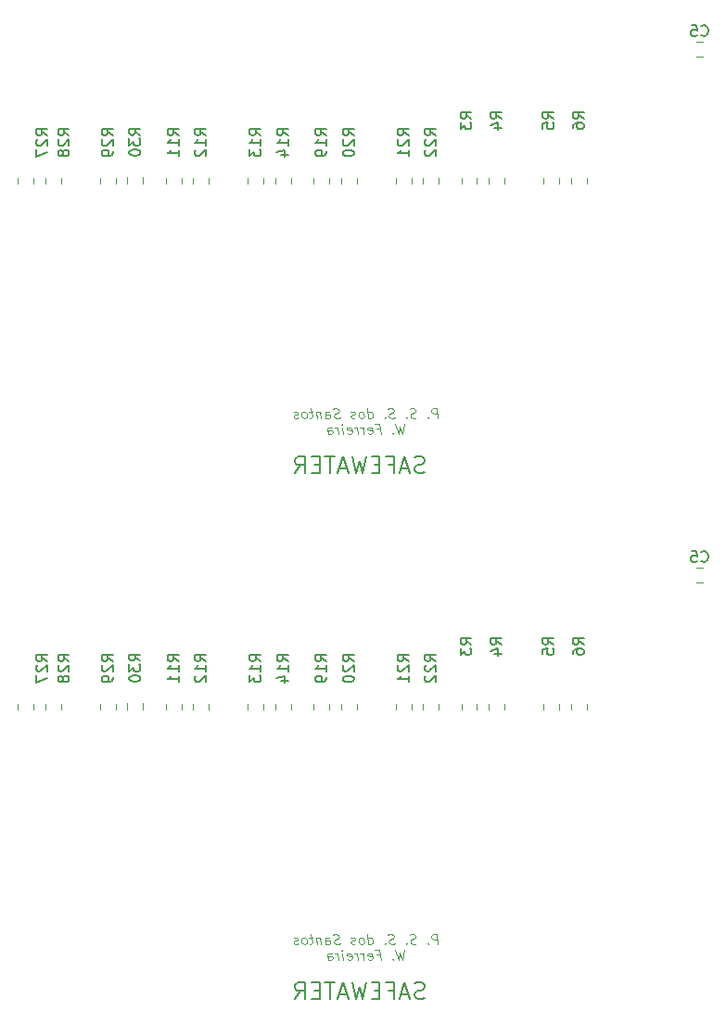
<source format=gbr>
G04 #@! TF.GenerationSoftware,KiCad,Pcbnew,(5.1.2)-1*
G04 #@! TF.CreationDate,2019-07-16T10:56:38+01:00*
G04 #@! TF.ProjectId,Reference_voltage,52656665-7265-46e6-9365-5f766f6c7461,rev?*
G04 #@! TF.SameCoordinates,Original*
G04 #@! TF.FileFunction,Legend,Bot*
G04 #@! TF.FilePolarity,Positive*
%FSLAX46Y46*%
G04 Gerber Fmt 4.6, Leading zero omitted, Abs format (unit mm)*
G04 Created by KiCad (PCBNEW (5.1.2)-1) date 2019-07-16 10:56:38*
%MOMM*%
%LPD*%
G04 APERTURE LIST*
%ADD10C,0.100000*%
%ADD11C,0.150000*%
%ADD12C,0.120000*%
G04 APERTURE END LIST*
D10*
X157144285Y-132682142D02*
X157031785Y-131782142D01*
X156688928Y-131782142D01*
X156608571Y-131825000D01*
X156571071Y-131867857D01*
X156538928Y-131953571D01*
X156555000Y-132082142D01*
X156608571Y-132167857D01*
X156656785Y-132210714D01*
X156747857Y-132253571D01*
X157090714Y-132253571D01*
X156233571Y-132596428D02*
X156196071Y-132639285D01*
X156244285Y-132682142D01*
X156281785Y-132639285D01*
X156233571Y-132596428D01*
X156244285Y-132682142D01*
X155167500Y-132639285D02*
X155044285Y-132682142D01*
X154830000Y-132682142D01*
X154738928Y-132639285D01*
X154690714Y-132596428D01*
X154637142Y-132510714D01*
X154626428Y-132425000D01*
X154658571Y-132339285D01*
X154696071Y-132296428D01*
X154776428Y-132253571D01*
X154942500Y-132210714D01*
X155022857Y-132167857D01*
X155060357Y-132125000D01*
X155092500Y-132039285D01*
X155081785Y-131953571D01*
X155028214Y-131867857D01*
X154980000Y-131825000D01*
X154888928Y-131782142D01*
X154674642Y-131782142D01*
X154551428Y-131825000D01*
X154262142Y-132596428D02*
X154224642Y-132639285D01*
X154272857Y-132682142D01*
X154310357Y-132639285D01*
X154262142Y-132596428D01*
X154272857Y-132682142D01*
X153196071Y-132639285D02*
X153072857Y-132682142D01*
X152858571Y-132682142D01*
X152767500Y-132639285D01*
X152719285Y-132596428D01*
X152665714Y-132510714D01*
X152655000Y-132425000D01*
X152687142Y-132339285D01*
X152724642Y-132296428D01*
X152805000Y-132253571D01*
X152971071Y-132210714D01*
X153051428Y-132167857D01*
X153088928Y-132125000D01*
X153121071Y-132039285D01*
X153110357Y-131953571D01*
X153056785Y-131867857D01*
X153008571Y-131825000D01*
X152917500Y-131782142D01*
X152703214Y-131782142D01*
X152580000Y-131825000D01*
X152290714Y-132596428D02*
X152253214Y-132639285D01*
X152301428Y-132682142D01*
X152338928Y-132639285D01*
X152290714Y-132596428D01*
X152301428Y-132682142D01*
X150801428Y-132682142D02*
X150688928Y-131782142D01*
X150796071Y-132639285D02*
X150887142Y-132682142D01*
X151058571Y-132682142D01*
X151138928Y-132639285D01*
X151176428Y-132596428D01*
X151208571Y-132510714D01*
X151176428Y-132253571D01*
X151122857Y-132167857D01*
X151074642Y-132125000D01*
X150983571Y-132082142D01*
X150812142Y-132082142D01*
X150731785Y-132125000D01*
X150244285Y-132682142D02*
X150324642Y-132639285D01*
X150362142Y-132596428D01*
X150394285Y-132510714D01*
X150362142Y-132253571D01*
X150308571Y-132167857D01*
X150260357Y-132125000D01*
X150169285Y-132082142D01*
X150040714Y-132082142D01*
X149960357Y-132125000D01*
X149922857Y-132167857D01*
X149890714Y-132253571D01*
X149922857Y-132510714D01*
X149976428Y-132596428D01*
X150024642Y-132639285D01*
X150115714Y-132682142D01*
X150244285Y-132682142D01*
X149596071Y-132639285D02*
X149515714Y-132682142D01*
X149344285Y-132682142D01*
X149253214Y-132639285D01*
X149199642Y-132553571D01*
X149194285Y-132510714D01*
X149226428Y-132425000D01*
X149306785Y-132382142D01*
X149435357Y-132382142D01*
X149515714Y-132339285D01*
X149547857Y-132253571D01*
X149542500Y-132210714D01*
X149488928Y-132125000D01*
X149397857Y-132082142D01*
X149269285Y-132082142D01*
X149188928Y-132125000D01*
X148181785Y-132639285D02*
X148058571Y-132682142D01*
X147844285Y-132682142D01*
X147753214Y-132639285D01*
X147705000Y-132596428D01*
X147651428Y-132510714D01*
X147640714Y-132425000D01*
X147672857Y-132339285D01*
X147710357Y-132296428D01*
X147790714Y-132253571D01*
X147956785Y-132210714D01*
X148037142Y-132167857D01*
X148074642Y-132125000D01*
X148106785Y-132039285D01*
X148096071Y-131953571D01*
X148042500Y-131867857D01*
X147994285Y-131825000D01*
X147903214Y-131782142D01*
X147688928Y-131782142D01*
X147565714Y-131825000D01*
X146901428Y-132682142D02*
X146842500Y-132210714D01*
X146874642Y-132125000D01*
X146955000Y-132082142D01*
X147126428Y-132082142D01*
X147217500Y-132125000D01*
X146896071Y-132639285D02*
X146987142Y-132682142D01*
X147201428Y-132682142D01*
X147281785Y-132639285D01*
X147313928Y-132553571D01*
X147303214Y-132467857D01*
X147249642Y-132382142D01*
X147158571Y-132339285D01*
X146944285Y-132339285D01*
X146853214Y-132296428D01*
X146397857Y-132082142D02*
X146472857Y-132682142D01*
X146408571Y-132167857D02*
X146360357Y-132125000D01*
X146269285Y-132082142D01*
X146140714Y-132082142D01*
X146060357Y-132125000D01*
X146028214Y-132210714D01*
X146087142Y-132682142D01*
X145712142Y-132082142D02*
X145369285Y-132082142D01*
X145546071Y-131782142D02*
X145642500Y-132553571D01*
X145610357Y-132639285D01*
X145530000Y-132682142D01*
X145444285Y-132682142D01*
X145015714Y-132682142D02*
X145096071Y-132639285D01*
X145133571Y-132596428D01*
X145165714Y-132510714D01*
X145133571Y-132253571D01*
X145080000Y-132167857D01*
X145031785Y-132125000D01*
X144940714Y-132082142D01*
X144812142Y-132082142D01*
X144731785Y-132125000D01*
X144694285Y-132167857D01*
X144662142Y-132253571D01*
X144694285Y-132510714D01*
X144747857Y-132596428D01*
X144796071Y-132639285D01*
X144887142Y-132682142D01*
X145015714Y-132682142D01*
X144367500Y-132639285D02*
X144287142Y-132682142D01*
X144115714Y-132682142D01*
X144024642Y-132639285D01*
X143971071Y-132553571D01*
X143965714Y-132510714D01*
X143997857Y-132425000D01*
X144078214Y-132382142D01*
X144206785Y-132382142D01*
X144287142Y-132339285D01*
X144319285Y-132253571D01*
X144313928Y-132210714D01*
X144260357Y-132125000D01*
X144169285Y-132082142D01*
X144040714Y-132082142D01*
X143960357Y-132125000D01*
X154031785Y-133232142D02*
X153930000Y-134132142D01*
X153678214Y-133489285D01*
X153587142Y-134132142D01*
X153260357Y-133232142D01*
X153019285Y-134046428D02*
X152981785Y-134089285D01*
X153030000Y-134132142D01*
X153067500Y-134089285D01*
X153019285Y-134046428D01*
X153030000Y-134132142D01*
X151556785Y-133660714D02*
X151856785Y-133660714D01*
X151915714Y-134132142D02*
X151803214Y-133232142D01*
X151374642Y-133232142D01*
X150796071Y-134089285D02*
X150887142Y-134132142D01*
X151058571Y-134132142D01*
X151138928Y-134089285D01*
X151171071Y-134003571D01*
X151128214Y-133660714D01*
X151074642Y-133575000D01*
X150983571Y-133532142D01*
X150812142Y-133532142D01*
X150731785Y-133575000D01*
X150699642Y-133660714D01*
X150710357Y-133746428D01*
X151149642Y-133832142D01*
X150372857Y-134132142D02*
X150297857Y-133532142D01*
X150319285Y-133703571D02*
X150265714Y-133617857D01*
X150217500Y-133575000D01*
X150126428Y-133532142D01*
X150040714Y-133532142D01*
X149815714Y-134132142D02*
X149740714Y-133532142D01*
X149762142Y-133703571D02*
X149708571Y-133617857D01*
X149660357Y-133575000D01*
X149569285Y-133532142D01*
X149483571Y-133532142D01*
X148910357Y-134089285D02*
X149001428Y-134132142D01*
X149172857Y-134132142D01*
X149253214Y-134089285D01*
X149285357Y-134003571D01*
X149242500Y-133660714D01*
X149188928Y-133575000D01*
X149097857Y-133532142D01*
X148926428Y-133532142D01*
X148846071Y-133575000D01*
X148813928Y-133660714D01*
X148824642Y-133746428D01*
X149263928Y-133832142D01*
X148487142Y-134132142D02*
X148412142Y-133532142D01*
X148374642Y-133232142D02*
X148422857Y-133275000D01*
X148385357Y-133317857D01*
X148337142Y-133275000D01*
X148374642Y-133232142D01*
X148385357Y-133317857D01*
X148058571Y-134132142D02*
X147983571Y-133532142D01*
X148005000Y-133703571D02*
X147951428Y-133617857D01*
X147903214Y-133575000D01*
X147812142Y-133532142D01*
X147726428Y-133532142D01*
X147115714Y-134132142D02*
X147056785Y-133660714D01*
X147088928Y-133575000D01*
X147169285Y-133532142D01*
X147340714Y-133532142D01*
X147431785Y-133575000D01*
X147110357Y-134089285D02*
X147201428Y-134132142D01*
X147415714Y-134132142D01*
X147496071Y-134089285D01*
X147528214Y-134003571D01*
X147517500Y-133917857D01*
X147463928Y-133832142D01*
X147372857Y-133789285D01*
X147158571Y-133789285D01*
X147067500Y-133746428D01*
D11*
X155892857Y-137607142D02*
X155678571Y-137678571D01*
X155321428Y-137678571D01*
X155178571Y-137607142D01*
X155107142Y-137535714D01*
X155035714Y-137392857D01*
X155035714Y-137250000D01*
X155107142Y-137107142D01*
X155178571Y-137035714D01*
X155321428Y-136964285D01*
X155607142Y-136892857D01*
X155750000Y-136821428D01*
X155821428Y-136750000D01*
X155892857Y-136607142D01*
X155892857Y-136464285D01*
X155821428Y-136321428D01*
X155750000Y-136250000D01*
X155607142Y-136178571D01*
X155250000Y-136178571D01*
X155035714Y-136250000D01*
X154464285Y-137250000D02*
X153750000Y-137250000D01*
X154607142Y-137678571D02*
X154107142Y-136178571D01*
X153607142Y-137678571D01*
X152607142Y-136892857D02*
X153107142Y-136892857D01*
X153107142Y-137678571D02*
X153107142Y-136178571D01*
X152392857Y-136178571D01*
X151821428Y-136892857D02*
X151321428Y-136892857D01*
X151107142Y-137678571D02*
X151821428Y-137678571D01*
X151821428Y-136178571D01*
X151107142Y-136178571D01*
X150607142Y-136178571D02*
X150250000Y-137678571D01*
X149964285Y-136607142D01*
X149678571Y-137678571D01*
X149321428Y-136178571D01*
X148821428Y-137250000D02*
X148107142Y-137250000D01*
X148964285Y-137678571D02*
X148464285Y-136178571D01*
X147964285Y-137678571D01*
X147678571Y-136178571D02*
X146821428Y-136178571D01*
X147250000Y-137678571D02*
X147250000Y-136178571D01*
X146321428Y-136892857D02*
X145821428Y-136892857D01*
X145607142Y-137678571D02*
X146321428Y-137678571D01*
X146321428Y-136178571D01*
X145607142Y-136178571D01*
X144107142Y-137678571D02*
X144607142Y-136964285D01*
X144964285Y-137678571D02*
X144964285Y-136178571D01*
X144392857Y-136178571D01*
X144250000Y-136250000D01*
X144178571Y-136321428D01*
X144107142Y-136464285D01*
X144107142Y-136678571D01*
X144178571Y-136821428D01*
X144250000Y-136892857D01*
X144392857Y-136964285D01*
X144964285Y-136964285D01*
D10*
X157144285Y-84682142D02*
X157031785Y-83782142D01*
X156688928Y-83782142D01*
X156608571Y-83825000D01*
X156571071Y-83867857D01*
X156538928Y-83953571D01*
X156555000Y-84082142D01*
X156608571Y-84167857D01*
X156656785Y-84210714D01*
X156747857Y-84253571D01*
X157090714Y-84253571D01*
X156233571Y-84596428D02*
X156196071Y-84639285D01*
X156244285Y-84682142D01*
X156281785Y-84639285D01*
X156233571Y-84596428D01*
X156244285Y-84682142D01*
X155167500Y-84639285D02*
X155044285Y-84682142D01*
X154830000Y-84682142D01*
X154738928Y-84639285D01*
X154690714Y-84596428D01*
X154637142Y-84510714D01*
X154626428Y-84425000D01*
X154658571Y-84339285D01*
X154696071Y-84296428D01*
X154776428Y-84253571D01*
X154942500Y-84210714D01*
X155022857Y-84167857D01*
X155060357Y-84125000D01*
X155092500Y-84039285D01*
X155081785Y-83953571D01*
X155028214Y-83867857D01*
X154980000Y-83825000D01*
X154888928Y-83782142D01*
X154674642Y-83782142D01*
X154551428Y-83825000D01*
X154262142Y-84596428D02*
X154224642Y-84639285D01*
X154272857Y-84682142D01*
X154310357Y-84639285D01*
X154262142Y-84596428D01*
X154272857Y-84682142D01*
X153196071Y-84639285D02*
X153072857Y-84682142D01*
X152858571Y-84682142D01*
X152767500Y-84639285D01*
X152719285Y-84596428D01*
X152665714Y-84510714D01*
X152655000Y-84425000D01*
X152687142Y-84339285D01*
X152724642Y-84296428D01*
X152805000Y-84253571D01*
X152971071Y-84210714D01*
X153051428Y-84167857D01*
X153088928Y-84125000D01*
X153121071Y-84039285D01*
X153110357Y-83953571D01*
X153056785Y-83867857D01*
X153008571Y-83825000D01*
X152917500Y-83782142D01*
X152703214Y-83782142D01*
X152580000Y-83825000D01*
X152290714Y-84596428D02*
X152253214Y-84639285D01*
X152301428Y-84682142D01*
X152338928Y-84639285D01*
X152290714Y-84596428D01*
X152301428Y-84682142D01*
X150801428Y-84682142D02*
X150688928Y-83782142D01*
X150796071Y-84639285D02*
X150887142Y-84682142D01*
X151058571Y-84682142D01*
X151138928Y-84639285D01*
X151176428Y-84596428D01*
X151208571Y-84510714D01*
X151176428Y-84253571D01*
X151122857Y-84167857D01*
X151074642Y-84125000D01*
X150983571Y-84082142D01*
X150812142Y-84082142D01*
X150731785Y-84125000D01*
X150244285Y-84682142D02*
X150324642Y-84639285D01*
X150362142Y-84596428D01*
X150394285Y-84510714D01*
X150362142Y-84253571D01*
X150308571Y-84167857D01*
X150260357Y-84125000D01*
X150169285Y-84082142D01*
X150040714Y-84082142D01*
X149960357Y-84125000D01*
X149922857Y-84167857D01*
X149890714Y-84253571D01*
X149922857Y-84510714D01*
X149976428Y-84596428D01*
X150024642Y-84639285D01*
X150115714Y-84682142D01*
X150244285Y-84682142D01*
X149596071Y-84639285D02*
X149515714Y-84682142D01*
X149344285Y-84682142D01*
X149253214Y-84639285D01*
X149199642Y-84553571D01*
X149194285Y-84510714D01*
X149226428Y-84425000D01*
X149306785Y-84382142D01*
X149435357Y-84382142D01*
X149515714Y-84339285D01*
X149547857Y-84253571D01*
X149542500Y-84210714D01*
X149488928Y-84125000D01*
X149397857Y-84082142D01*
X149269285Y-84082142D01*
X149188928Y-84125000D01*
X148181785Y-84639285D02*
X148058571Y-84682142D01*
X147844285Y-84682142D01*
X147753214Y-84639285D01*
X147705000Y-84596428D01*
X147651428Y-84510714D01*
X147640714Y-84425000D01*
X147672857Y-84339285D01*
X147710357Y-84296428D01*
X147790714Y-84253571D01*
X147956785Y-84210714D01*
X148037142Y-84167857D01*
X148074642Y-84125000D01*
X148106785Y-84039285D01*
X148096071Y-83953571D01*
X148042500Y-83867857D01*
X147994285Y-83825000D01*
X147903214Y-83782142D01*
X147688928Y-83782142D01*
X147565714Y-83825000D01*
X146901428Y-84682142D02*
X146842500Y-84210714D01*
X146874642Y-84125000D01*
X146955000Y-84082142D01*
X147126428Y-84082142D01*
X147217500Y-84125000D01*
X146896071Y-84639285D02*
X146987142Y-84682142D01*
X147201428Y-84682142D01*
X147281785Y-84639285D01*
X147313928Y-84553571D01*
X147303214Y-84467857D01*
X147249642Y-84382142D01*
X147158571Y-84339285D01*
X146944285Y-84339285D01*
X146853214Y-84296428D01*
X146397857Y-84082142D02*
X146472857Y-84682142D01*
X146408571Y-84167857D02*
X146360357Y-84125000D01*
X146269285Y-84082142D01*
X146140714Y-84082142D01*
X146060357Y-84125000D01*
X146028214Y-84210714D01*
X146087142Y-84682142D01*
X145712142Y-84082142D02*
X145369285Y-84082142D01*
X145546071Y-83782142D02*
X145642500Y-84553571D01*
X145610357Y-84639285D01*
X145530000Y-84682142D01*
X145444285Y-84682142D01*
X145015714Y-84682142D02*
X145096071Y-84639285D01*
X145133571Y-84596428D01*
X145165714Y-84510714D01*
X145133571Y-84253571D01*
X145080000Y-84167857D01*
X145031785Y-84125000D01*
X144940714Y-84082142D01*
X144812142Y-84082142D01*
X144731785Y-84125000D01*
X144694285Y-84167857D01*
X144662142Y-84253571D01*
X144694285Y-84510714D01*
X144747857Y-84596428D01*
X144796071Y-84639285D01*
X144887142Y-84682142D01*
X145015714Y-84682142D01*
X144367500Y-84639285D02*
X144287142Y-84682142D01*
X144115714Y-84682142D01*
X144024642Y-84639285D01*
X143971071Y-84553571D01*
X143965714Y-84510714D01*
X143997857Y-84425000D01*
X144078214Y-84382142D01*
X144206785Y-84382142D01*
X144287142Y-84339285D01*
X144319285Y-84253571D01*
X144313928Y-84210714D01*
X144260357Y-84125000D01*
X144169285Y-84082142D01*
X144040714Y-84082142D01*
X143960357Y-84125000D01*
X154031785Y-85232142D02*
X153930000Y-86132142D01*
X153678214Y-85489285D01*
X153587142Y-86132142D01*
X153260357Y-85232142D01*
X153019285Y-86046428D02*
X152981785Y-86089285D01*
X153030000Y-86132142D01*
X153067500Y-86089285D01*
X153019285Y-86046428D01*
X153030000Y-86132142D01*
X151556785Y-85660714D02*
X151856785Y-85660714D01*
X151915714Y-86132142D02*
X151803214Y-85232142D01*
X151374642Y-85232142D01*
X150796071Y-86089285D02*
X150887142Y-86132142D01*
X151058571Y-86132142D01*
X151138928Y-86089285D01*
X151171071Y-86003571D01*
X151128214Y-85660714D01*
X151074642Y-85575000D01*
X150983571Y-85532142D01*
X150812142Y-85532142D01*
X150731785Y-85575000D01*
X150699642Y-85660714D01*
X150710357Y-85746428D01*
X151149642Y-85832142D01*
X150372857Y-86132142D02*
X150297857Y-85532142D01*
X150319285Y-85703571D02*
X150265714Y-85617857D01*
X150217500Y-85575000D01*
X150126428Y-85532142D01*
X150040714Y-85532142D01*
X149815714Y-86132142D02*
X149740714Y-85532142D01*
X149762142Y-85703571D02*
X149708571Y-85617857D01*
X149660357Y-85575000D01*
X149569285Y-85532142D01*
X149483571Y-85532142D01*
X148910357Y-86089285D02*
X149001428Y-86132142D01*
X149172857Y-86132142D01*
X149253214Y-86089285D01*
X149285357Y-86003571D01*
X149242500Y-85660714D01*
X149188928Y-85575000D01*
X149097857Y-85532142D01*
X148926428Y-85532142D01*
X148846071Y-85575000D01*
X148813928Y-85660714D01*
X148824642Y-85746428D01*
X149263928Y-85832142D01*
X148487142Y-86132142D02*
X148412142Y-85532142D01*
X148374642Y-85232142D02*
X148422857Y-85275000D01*
X148385357Y-85317857D01*
X148337142Y-85275000D01*
X148374642Y-85232142D01*
X148385357Y-85317857D01*
X148058571Y-86132142D02*
X147983571Y-85532142D01*
X148005000Y-85703571D02*
X147951428Y-85617857D01*
X147903214Y-85575000D01*
X147812142Y-85532142D01*
X147726428Y-85532142D01*
X147115714Y-86132142D02*
X147056785Y-85660714D01*
X147088928Y-85575000D01*
X147169285Y-85532142D01*
X147340714Y-85532142D01*
X147431785Y-85575000D01*
X147110357Y-86089285D02*
X147201428Y-86132142D01*
X147415714Y-86132142D01*
X147496071Y-86089285D01*
X147528214Y-86003571D01*
X147517500Y-85917857D01*
X147463928Y-85832142D01*
X147372857Y-85789285D01*
X147158571Y-85789285D01*
X147067500Y-85746428D01*
D11*
X155892857Y-89607142D02*
X155678571Y-89678571D01*
X155321428Y-89678571D01*
X155178571Y-89607142D01*
X155107142Y-89535714D01*
X155035714Y-89392857D01*
X155035714Y-89250000D01*
X155107142Y-89107142D01*
X155178571Y-89035714D01*
X155321428Y-88964285D01*
X155607142Y-88892857D01*
X155750000Y-88821428D01*
X155821428Y-88750000D01*
X155892857Y-88607142D01*
X155892857Y-88464285D01*
X155821428Y-88321428D01*
X155750000Y-88250000D01*
X155607142Y-88178571D01*
X155250000Y-88178571D01*
X155035714Y-88250000D01*
X154464285Y-89250000D02*
X153750000Y-89250000D01*
X154607142Y-89678571D02*
X154107142Y-88178571D01*
X153607142Y-89678571D01*
X152607142Y-88892857D02*
X153107142Y-88892857D01*
X153107142Y-89678571D02*
X153107142Y-88178571D01*
X152392857Y-88178571D01*
X151821428Y-88892857D02*
X151321428Y-88892857D01*
X151107142Y-89678571D02*
X151821428Y-89678571D01*
X151821428Y-88178571D01*
X151107142Y-88178571D01*
X150607142Y-88178571D02*
X150250000Y-89678571D01*
X149964285Y-88607142D01*
X149678571Y-89678571D01*
X149321428Y-88178571D01*
X148821428Y-89250000D02*
X148107142Y-89250000D01*
X148964285Y-89678571D02*
X148464285Y-88178571D01*
X147964285Y-89678571D01*
X147678571Y-88178571D02*
X146821428Y-88178571D01*
X147250000Y-89678571D02*
X147250000Y-88178571D01*
X146321428Y-88892857D02*
X145821428Y-88892857D01*
X145607142Y-89678571D02*
X146321428Y-89678571D01*
X146321428Y-88178571D01*
X145607142Y-88178571D01*
X144107142Y-89678571D02*
X144607142Y-88964285D01*
X144964285Y-89678571D02*
X144964285Y-88178571D01*
X144392857Y-88178571D01*
X144250000Y-88250000D01*
X144178571Y-88321428D01*
X144107142Y-88464285D01*
X144107142Y-88678571D01*
X144178571Y-88821428D01*
X144250000Y-88892857D01*
X144392857Y-88964285D01*
X144964285Y-88964285D01*
D12*
X130210000Y-111236252D02*
X130210000Y-110713748D01*
X128790000Y-111236252D02*
X128790000Y-110713748D01*
X147210000Y-111261252D02*
X147210000Y-110738748D01*
X145790000Y-111261252D02*
X145790000Y-110738748D01*
X149710000Y-111261252D02*
X149710000Y-110738748D01*
X148290000Y-111261252D02*
X148290000Y-110738748D01*
X154710000Y-111261252D02*
X154710000Y-110738748D01*
X153290000Y-111261252D02*
X153290000Y-110738748D01*
X157210000Y-111261252D02*
X157210000Y-110738748D01*
X155790000Y-111261252D02*
X155790000Y-110738748D01*
X160710000Y-111261252D02*
X160710000Y-110738748D01*
X159290000Y-111261252D02*
X159290000Y-110738748D01*
X163210000Y-111261252D02*
X163210000Y-110738748D01*
X161790000Y-111261252D02*
X161790000Y-110738748D01*
X168210000Y-111261252D02*
X168210000Y-110738748D01*
X166790000Y-111261252D02*
X166790000Y-110738748D01*
X181286252Y-98290000D02*
X180763748Y-98290000D01*
X181286252Y-99710000D02*
X180763748Y-99710000D01*
X143710000Y-111261252D02*
X143710000Y-110738748D01*
X142290000Y-111261252D02*
X142290000Y-110738748D01*
X120210000Y-111261252D02*
X120210000Y-110738748D01*
X118790000Y-111261252D02*
X118790000Y-110738748D01*
X122710000Y-111261252D02*
X122710000Y-110738748D01*
X121290000Y-111261252D02*
X121290000Y-110738748D01*
X127710000Y-111261252D02*
X127710000Y-110738748D01*
X126290000Y-111261252D02*
X126290000Y-110738748D01*
X170710000Y-111261252D02*
X170710000Y-110738748D01*
X169290000Y-111261252D02*
X169290000Y-110738748D01*
X133710000Y-111261252D02*
X133710000Y-110738748D01*
X132290000Y-111261252D02*
X132290000Y-110738748D01*
X136210000Y-111261252D02*
X136210000Y-110738748D01*
X134790000Y-111261252D02*
X134790000Y-110738748D01*
X141210000Y-111261252D02*
X141210000Y-110738748D01*
X139790000Y-111261252D02*
X139790000Y-110738748D01*
X128790000Y-63236252D02*
X128790000Y-62713748D01*
X130210000Y-63236252D02*
X130210000Y-62713748D01*
X126290000Y-63261252D02*
X126290000Y-62738748D01*
X127710000Y-63261252D02*
X127710000Y-62738748D01*
X121290000Y-63261252D02*
X121290000Y-62738748D01*
X122710000Y-63261252D02*
X122710000Y-62738748D01*
X118790000Y-63261252D02*
X118790000Y-62738748D01*
X120210000Y-63261252D02*
X120210000Y-62738748D01*
X155790000Y-63261252D02*
X155790000Y-62738748D01*
X157210000Y-63261252D02*
X157210000Y-62738748D01*
X153290000Y-63261252D02*
X153290000Y-62738748D01*
X154710000Y-63261252D02*
X154710000Y-62738748D01*
X148290000Y-63261252D02*
X148290000Y-62738748D01*
X149710000Y-63261252D02*
X149710000Y-62738748D01*
X145790000Y-63261252D02*
X145790000Y-62738748D01*
X147210000Y-63261252D02*
X147210000Y-62738748D01*
X142290000Y-63261252D02*
X142290000Y-62738748D01*
X143710000Y-63261252D02*
X143710000Y-62738748D01*
X139790000Y-63261252D02*
X139790000Y-62738748D01*
X141210000Y-63261252D02*
X141210000Y-62738748D01*
X134790000Y-63261252D02*
X134790000Y-62738748D01*
X136210000Y-63261252D02*
X136210000Y-62738748D01*
X132290000Y-63261252D02*
X132290000Y-62738748D01*
X133710000Y-63261252D02*
X133710000Y-62738748D01*
X169290000Y-63261252D02*
X169290000Y-62738748D01*
X170710000Y-63261252D02*
X170710000Y-62738748D01*
X166790000Y-63261252D02*
X166790000Y-62738748D01*
X168210000Y-63261252D02*
X168210000Y-62738748D01*
X161790000Y-63261252D02*
X161790000Y-62738748D01*
X163210000Y-63261252D02*
X163210000Y-62738748D01*
X159290000Y-63261252D02*
X159290000Y-62738748D01*
X160710000Y-63261252D02*
X160710000Y-62738748D01*
X181286252Y-51710000D02*
X180763748Y-51710000D01*
X181286252Y-50290000D02*
X180763748Y-50290000D01*
D11*
X129952380Y-106832142D02*
X129476190Y-106498809D01*
X129952380Y-106260714D02*
X128952380Y-106260714D01*
X128952380Y-106641666D01*
X129000000Y-106736904D01*
X129047619Y-106784523D01*
X129142857Y-106832142D01*
X129285714Y-106832142D01*
X129380952Y-106784523D01*
X129428571Y-106736904D01*
X129476190Y-106641666D01*
X129476190Y-106260714D01*
X128952380Y-107165476D02*
X128952380Y-107784523D01*
X129333333Y-107451190D01*
X129333333Y-107594047D01*
X129380952Y-107689285D01*
X129428571Y-107736904D01*
X129523809Y-107784523D01*
X129761904Y-107784523D01*
X129857142Y-107736904D01*
X129904761Y-107689285D01*
X129952380Y-107594047D01*
X129952380Y-107308333D01*
X129904761Y-107213095D01*
X129857142Y-107165476D01*
X128952380Y-108403571D02*
X128952380Y-108498809D01*
X129000000Y-108594047D01*
X129047619Y-108641666D01*
X129142857Y-108689285D01*
X129333333Y-108736904D01*
X129571428Y-108736904D01*
X129761904Y-108689285D01*
X129857142Y-108641666D01*
X129904761Y-108594047D01*
X129952380Y-108498809D01*
X129952380Y-108403571D01*
X129904761Y-108308333D01*
X129857142Y-108260714D01*
X129761904Y-108213095D01*
X129571428Y-108165476D01*
X129333333Y-108165476D01*
X129142857Y-108213095D01*
X129047619Y-108260714D01*
X129000000Y-108308333D01*
X128952380Y-108403571D01*
X146952380Y-106857142D02*
X146476190Y-106523809D01*
X146952380Y-106285714D02*
X145952380Y-106285714D01*
X145952380Y-106666666D01*
X146000000Y-106761904D01*
X146047619Y-106809523D01*
X146142857Y-106857142D01*
X146285714Y-106857142D01*
X146380952Y-106809523D01*
X146428571Y-106761904D01*
X146476190Y-106666666D01*
X146476190Y-106285714D01*
X146952380Y-107809523D02*
X146952380Y-107238095D01*
X146952380Y-107523809D02*
X145952380Y-107523809D01*
X146095238Y-107428571D01*
X146190476Y-107333333D01*
X146238095Y-107238095D01*
X146952380Y-108285714D02*
X146952380Y-108476190D01*
X146904761Y-108571428D01*
X146857142Y-108619047D01*
X146714285Y-108714285D01*
X146523809Y-108761904D01*
X146142857Y-108761904D01*
X146047619Y-108714285D01*
X146000000Y-108666666D01*
X145952380Y-108571428D01*
X145952380Y-108380952D01*
X146000000Y-108285714D01*
X146047619Y-108238095D01*
X146142857Y-108190476D01*
X146380952Y-108190476D01*
X146476190Y-108238095D01*
X146523809Y-108285714D01*
X146571428Y-108380952D01*
X146571428Y-108571428D01*
X146523809Y-108666666D01*
X146476190Y-108714285D01*
X146380952Y-108761904D01*
X149452380Y-106857142D02*
X148976190Y-106523809D01*
X149452380Y-106285714D02*
X148452380Y-106285714D01*
X148452380Y-106666666D01*
X148500000Y-106761904D01*
X148547619Y-106809523D01*
X148642857Y-106857142D01*
X148785714Y-106857142D01*
X148880952Y-106809523D01*
X148928571Y-106761904D01*
X148976190Y-106666666D01*
X148976190Y-106285714D01*
X148547619Y-107238095D02*
X148500000Y-107285714D01*
X148452380Y-107380952D01*
X148452380Y-107619047D01*
X148500000Y-107714285D01*
X148547619Y-107761904D01*
X148642857Y-107809523D01*
X148738095Y-107809523D01*
X148880952Y-107761904D01*
X149452380Y-107190476D01*
X149452380Y-107809523D01*
X148452380Y-108428571D02*
X148452380Y-108523809D01*
X148500000Y-108619047D01*
X148547619Y-108666666D01*
X148642857Y-108714285D01*
X148833333Y-108761904D01*
X149071428Y-108761904D01*
X149261904Y-108714285D01*
X149357142Y-108666666D01*
X149404761Y-108619047D01*
X149452380Y-108523809D01*
X149452380Y-108428571D01*
X149404761Y-108333333D01*
X149357142Y-108285714D01*
X149261904Y-108238095D01*
X149071428Y-108190476D01*
X148833333Y-108190476D01*
X148642857Y-108238095D01*
X148547619Y-108285714D01*
X148500000Y-108333333D01*
X148452380Y-108428571D01*
X154452380Y-106857142D02*
X153976190Y-106523809D01*
X154452380Y-106285714D02*
X153452380Y-106285714D01*
X153452380Y-106666666D01*
X153500000Y-106761904D01*
X153547619Y-106809523D01*
X153642857Y-106857142D01*
X153785714Y-106857142D01*
X153880952Y-106809523D01*
X153928571Y-106761904D01*
X153976190Y-106666666D01*
X153976190Y-106285714D01*
X153547619Y-107238095D02*
X153500000Y-107285714D01*
X153452380Y-107380952D01*
X153452380Y-107619047D01*
X153500000Y-107714285D01*
X153547619Y-107761904D01*
X153642857Y-107809523D01*
X153738095Y-107809523D01*
X153880952Y-107761904D01*
X154452380Y-107190476D01*
X154452380Y-107809523D01*
X154452380Y-108761904D02*
X154452380Y-108190476D01*
X154452380Y-108476190D02*
X153452380Y-108476190D01*
X153595238Y-108380952D01*
X153690476Y-108285714D01*
X153738095Y-108190476D01*
X156952380Y-106857142D02*
X156476190Y-106523809D01*
X156952380Y-106285714D02*
X155952380Y-106285714D01*
X155952380Y-106666666D01*
X156000000Y-106761904D01*
X156047619Y-106809523D01*
X156142857Y-106857142D01*
X156285714Y-106857142D01*
X156380952Y-106809523D01*
X156428571Y-106761904D01*
X156476190Y-106666666D01*
X156476190Y-106285714D01*
X156047619Y-107238095D02*
X156000000Y-107285714D01*
X155952380Y-107380952D01*
X155952380Y-107619047D01*
X156000000Y-107714285D01*
X156047619Y-107761904D01*
X156142857Y-107809523D01*
X156238095Y-107809523D01*
X156380952Y-107761904D01*
X156952380Y-107190476D01*
X156952380Y-107809523D01*
X156047619Y-108190476D02*
X156000000Y-108238095D01*
X155952380Y-108333333D01*
X155952380Y-108571428D01*
X156000000Y-108666666D01*
X156047619Y-108714285D01*
X156142857Y-108761904D01*
X156238095Y-108761904D01*
X156380952Y-108714285D01*
X156952380Y-108142857D01*
X156952380Y-108761904D01*
X160202380Y-105333333D02*
X159726190Y-105000000D01*
X160202380Y-104761904D02*
X159202380Y-104761904D01*
X159202380Y-105142857D01*
X159250000Y-105238095D01*
X159297619Y-105285714D01*
X159392857Y-105333333D01*
X159535714Y-105333333D01*
X159630952Y-105285714D01*
X159678571Y-105238095D01*
X159726190Y-105142857D01*
X159726190Y-104761904D01*
X159202380Y-105666666D02*
X159202380Y-106285714D01*
X159583333Y-105952380D01*
X159583333Y-106095238D01*
X159630952Y-106190476D01*
X159678571Y-106238095D01*
X159773809Y-106285714D01*
X160011904Y-106285714D01*
X160107142Y-106238095D01*
X160154761Y-106190476D01*
X160202380Y-106095238D01*
X160202380Y-105809523D01*
X160154761Y-105714285D01*
X160107142Y-105666666D01*
X162952380Y-105333333D02*
X162476190Y-105000000D01*
X162952380Y-104761904D02*
X161952380Y-104761904D01*
X161952380Y-105142857D01*
X162000000Y-105238095D01*
X162047619Y-105285714D01*
X162142857Y-105333333D01*
X162285714Y-105333333D01*
X162380952Y-105285714D01*
X162428571Y-105238095D01*
X162476190Y-105142857D01*
X162476190Y-104761904D01*
X162285714Y-106190476D02*
X162952380Y-106190476D01*
X161904761Y-105952380D02*
X162619047Y-105714285D01*
X162619047Y-106333333D01*
X167702380Y-105333333D02*
X167226190Y-105000000D01*
X167702380Y-104761904D02*
X166702380Y-104761904D01*
X166702380Y-105142857D01*
X166750000Y-105238095D01*
X166797619Y-105285714D01*
X166892857Y-105333333D01*
X167035714Y-105333333D01*
X167130952Y-105285714D01*
X167178571Y-105238095D01*
X167226190Y-105142857D01*
X167226190Y-104761904D01*
X166702380Y-106238095D02*
X166702380Y-105761904D01*
X167178571Y-105714285D01*
X167130952Y-105761904D01*
X167083333Y-105857142D01*
X167083333Y-106095238D01*
X167130952Y-106190476D01*
X167178571Y-106238095D01*
X167273809Y-106285714D01*
X167511904Y-106285714D01*
X167607142Y-106238095D01*
X167654761Y-106190476D01*
X167702380Y-106095238D01*
X167702380Y-105857142D01*
X167654761Y-105761904D01*
X167607142Y-105714285D01*
X181191666Y-97707142D02*
X181239285Y-97754761D01*
X181382142Y-97802380D01*
X181477380Y-97802380D01*
X181620238Y-97754761D01*
X181715476Y-97659523D01*
X181763095Y-97564285D01*
X181810714Y-97373809D01*
X181810714Y-97230952D01*
X181763095Y-97040476D01*
X181715476Y-96945238D01*
X181620238Y-96850000D01*
X181477380Y-96802380D01*
X181382142Y-96802380D01*
X181239285Y-96850000D01*
X181191666Y-96897619D01*
X180286904Y-96802380D02*
X180763095Y-96802380D01*
X180810714Y-97278571D01*
X180763095Y-97230952D01*
X180667857Y-97183333D01*
X180429761Y-97183333D01*
X180334523Y-97230952D01*
X180286904Y-97278571D01*
X180239285Y-97373809D01*
X180239285Y-97611904D01*
X180286904Y-97707142D01*
X180334523Y-97754761D01*
X180429761Y-97802380D01*
X180667857Y-97802380D01*
X180763095Y-97754761D01*
X180810714Y-97707142D01*
X143452380Y-106857142D02*
X142976190Y-106523809D01*
X143452380Y-106285714D02*
X142452380Y-106285714D01*
X142452380Y-106666666D01*
X142500000Y-106761904D01*
X142547619Y-106809523D01*
X142642857Y-106857142D01*
X142785714Y-106857142D01*
X142880952Y-106809523D01*
X142928571Y-106761904D01*
X142976190Y-106666666D01*
X142976190Y-106285714D01*
X143452380Y-107809523D02*
X143452380Y-107238095D01*
X143452380Y-107523809D02*
X142452380Y-107523809D01*
X142595238Y-107428571D01*
X142690476Y-107333333D01*
X142738095Y-107238095D01*
X142785714Y-108666666D02*
X143452380Y-108666666D01*
X142404761Y-108428571D02*
X143119047Y-108190476D01*
X143119047Y-108809523D01*
X121452380Y-106857142D02*
X120976190Y-106523809D01*
X121452380Y-106285714D02*
X120452380Y-106285714D01*
X120452380Y-106666666D01*
X120500000Y-106761904D01*
X120547619Y-106809523D01*
X120642857Y-106857142D01*
X120785714Y-106857142D01*
X120880952Y-106809523D01*
X120928571Y-106761904D01*
X120976190Y-106666666D01*
X120976190Y-106285714D01*
X120547619Y-107238095D02*
X120500000Y-107285714D01*
X120452380Y-107380952D01*
X120452380Y-107619047D01*
X120500000Y-107714285D01*
X120547619Y-107761904D01*
X120642857Y-107809523D01*
X120738095Y-107809523D01*
X120880952Y-107761904D01*
X121452380Y-107190476D01*
X121452380Y-107809523D01*
X120452380Y-108142857D02*
X120452380Y-108809523D01*
X121452380Y-108380952D01*
X123452380Y-106857142D02*
X122976190Y-106523809D01*
X123452380Y-106285714D02*
X122452380Y-106285714D01*
X122452380Y-106666666D01*
X122500000Y-106761904D01*
X122547619Y-106809523D01*
X122642857Y-106857142D01*
X122785714Y-106857142D01*
X122880952Y-106809523D01*
X122928571Y-106761904D01*
X122976190Y-106666666D01*
X122976190Y-106285714D01*
X122547619Y-107238095D02*
X122500000Y-107285714D01*
X122452380Y-107380952D01*
X122452380Y-107619047D01*
X122500000Y-107714285D01*
X122547619Y-107761904D01*
X122642857Y-107809523D01*
X122738095Y-107809523D01*
X122880952Y-107761904D01*
X123452380Y-107190476D01*
X123452380Y-107809523D01*
X122880952Y-108380952D02*
X122833333Y-108285714D01*
X122785714Y-108238095D01*
X122690476Y-108190476D01*
X122642857Y-108190476D01*
X122547619Y-108238095D01*
X122500000Y-108285714D01*
X122452380Y-108380952D01*
X122452380Y-108571428D01*
X122500000Y-108666666D01*
X122547619Y-108714285D01*
X122642857Y-108761904D01*
X122690476Y-108761904D01*
X122785714Y-108714285D01*
X122833333Y-108666666D01*
X122880952Y-108571428D01*
X122880952Y-108380952D01*
X122928571Y-108285714D01*
X122976190Y-108238095D01*
X123071428Y-108190476D01*
X123261904Y-108190476D01*
X123357142Y-108238095D01*
X123404761Y-108285714D01*
X123452380Y-108380952D01*
X123452380Y-108571428D01*
X123404761Y-108666666D01*
X123357142Y-108714285D01*
X123261904Y-108761904D01*
X123071428Y-108761904D01*
X122976190Y-108714285D01*
X122928571Y-108666666D01*
X122880952Y-108571428D01*
X127452380Y-106857142D02*
X126976190Y-106523809D01*
X127452380Y-106285714D02*
X126452380Y-106285714D01*
X126452380Y-106666666D01*
X126500000Y-106761904D01*
X126547619Y-106809523D01*
X126642857Y-106857142D01*
X126785714Y-106857142D01*
X126880952Y-106809523D01*
X126928571Y-106761904D01*
X126976190Y-106666666D01*
X126976190Y-106285714D01*
X126547619Y-107238095D02*
X126500000Y-107285714D01*
X126452380Y-107380952D01*
X126452380Y-107619047D01*
X126500000Y-107714285D01*
X126547619Y-107761904D01*
X126642857Y-107809523D01*
X126738095Y-107809523D01*
X126880952Y-107761904D01*
X127452380Y-107190476D01*
X127452380Y-107809523D01*
X127452380Y-108285714D02*
X127452380Y-108476190D01*
X127404761Y-108571428D01*
X127357142Y-108619047D01*
X127214285Y-108714285D01*
X127023809Y-108761904D01*
X126642857Y-108761904D01*
X126547619Y-108714285D01*
X126500000Y-108666666D01*
X126452380Y-108571428D01*
X126452380Y-108380952D01*
X126500000Y-108285714D01*
X126547619Y-108238095D01*
X126642857Y-108190476D01*
X126880952Y-108190476D01*
X126976190Y-108238095D01*
X127023809Y-108285714D01*
X127071428Y-108380952D01*
X127071428Y-108571428D01*
X127023809Y-108666666D01*
X126976190Y-108714285D01*
X126880952Y-108761904D01*
X170452380Y-105333333D02*
X169976190Y-105000000D01*
X170452380Y-104761904D02*
X169452380Y-104761904D01*
X169452380Y-105142857D01*
X169500000Y-105238095D01*
X169547619Y-105285714D01*
X169642857Y-105333333D01*
X169785714Y-105333333D01*
X169880952Y-105285714D01*
X169928571Y-105238095D01*
X169976190Y-105142857D01*
X169976190Y-104761904D01*
X169452380Y-106190476D02*
X169452380Y-106000000D01*
X169500000Y-105904761D01*
X169547619Y-105857142D01*
X169690476Y-105761904D01*
X169880952Y-105714285D01*
X170261904Y-105714285D01*
X170357142Y-105761904D01*
X170404761Y-105809523D01*
X170452380Y-105904761D01*
X170452380Y-106095238D01*
X170404761Y-106190476D01*
X170357142Y-106238095D01*
X170261904Y-106285714D01*
X170023809Y-106285714D01*
X169928571Y-106238095D01*
X169880952Y-106190476D01*
X169833333Y-106095238D01*
X169833333Y-105904761D01*
X169880952Y-105809523D01*
X169928571Y-105761904D01*
X170023809Y-105714285D01*
X133452380Y-106857142D02*
X132976190Y-106523809D01*
X133452380Y-106285714D02*
X132452380Y-106285714D01*
X132452380Y-106666666D01*
X132500000Y-106761904D01*
X132547619Y-106809523D01*
X132642857Y-106857142D01*
X132785714Y-106857142D01*
X132880952Y-106809523D01*
X132928571Y-106761904D01*
X132976190Y-106666666D01*
X132976190Y-106285714D01*
X133452380Y-107809523D02*
X133452380Y-107238095D01*
X133452380Y-107523809D02*
X132452380Y-107523809D01*
X132595238Y-107428571D01*
X132690476Y-107333333D01*
X132738095Y-107238095D01*
X133452380Y-108761904D02*
X133452380Y-108190476D01*
X133452380Y-108476190D02*
X132452380Y-108476190D01*
X132595238Y-108380952D01*
X132690476Y-108285714D01*
X132738095Y-108190476D01*
X135952380Y-106857142D02*
X135476190Y-106523809D01*
X135952380Y-106285714D02*
X134952380Y-106285714D01*
X134952380Y-106666666D01*
X135000000Y-106761904D01*
X135047619Y-106809523D01*
X135142857Y-106857142D01*
X135285714Y-106857142D01*
X135380952Y-106809523D01*
X135428571Y-106761904D01*
X135476190Y-106666666D01*
X135476190Y-106285714D01*
X135952380Y-107809523D02*
X135952380Y-107238095D01*
X135952380Y-107523809D02*
X134952380Y-107523809D01*
X135095238Y-107428571D01*
X135190476Y-107333333D01*
X135238095Y-107238095D01*
X135047619Y-108190476D02*
X135000000Y-108238095D01*
X134952380Y-108333333D01*
X134952380Y-108571428D01*
X135000000Y-108666666D01*
X135047619Y-108714285D01*
X135142857Y-108761904D01*
X135238095Y-108761904D01*
X135380952Y-108714285D01*
X135952380Y-108142857D01*
X135952380Y-108761904D01*
X140952380Y-106857142D02*
X140476190Y-106523809D01*
X140952380Y-106285714D02*
X139952380Y-106285714D01*
X139952380Y-106666666D01*
X140000000Y-106761904D01*
X140047619Y-106809523D01*
X140142857Y-106857142D01*
X140285714Y-106857142D01*
X140380952Y-106809523D01*
X140428571Y-106761904D01*
X140476190Y-106666666D01*
X140476190Y-106285714D01*
X140952380Y-107809523D02*
X140952380Y-107238095D01*
X140952380Y-107523809D02*
X139952380Y-107523809D01*
X140095238Y-107428571D01*
X140190476Y-107333333D01*
X140238095Y-107238095D01*
X139952380Y-108142857D02*
X139952380Y-108761904D01*
X140333333Y-108428571D01*
X140333333Y-108571428D01*
X140380952Y-108666666D01*
X140428571Y-108714285D01*
X140523809Y-108761904D01*
X140761904Y-108761904D01*
X140857142Y-108714285D01*
X140904761Y-108666666D01*
X140952380Y-108571428D01*
X140952380Y-108285714D01*
X140904761Y-108190476D01*
X140857142Y-108142857D01*
X129952380Y-58832142D02*
X129476190Y-58498809D01*
X129952380Y-58260714D02*
X128952380Y-58260714D01*
X128952380Y-58641666D01*
X129000000Y-58736904D01*
X129047619Y-58784523D01*
X129142857Y-58832142D01*
X129285714Y-58832142D01*
X129380952Y-58784523D01*
X129428571Y-58736904D01*
X129476190Y-58641666D01*
X129476190Y-58260714D01*
X128952380Y-59165476D02*
X128952380Y-59784523D01*
X129333333Y-59451190D01*
X129333333Y-59594047D01*
X129380952Y-59689285D01*
X129428571Y-59736904D01*
X129523809Y-59784523D01*
X129761904Y-59784523D01*
X129857142Y-59736904D01*
X129904761Y-59689285D01*
X129952380Y-59594047D01*
X129952380Y-59308333D01*
X129904761Y-59213095D01*
X129857142Y-59165476D01*
X128952380Y-60403571D02*
X128952380Y-60498809D01*
X129000000Y-60594047D01*
X129047619Y-60641666D01*
X129142857Y-60689285D01*
X129333333Y-60736904D01*
X129571428Y-60736904D01*
X129761904Y-60689285D01*
X129857142Y-60641666D01*
X129904761Y-60594047D01*
X129952380Y-60498809D01*
X129952380Y-60403571D01*
X129904761Y-60308333D01*
X129857142Y-60260714D01*
X129761904Y-60213095D01*
X129571428Y-60165476D01*
X129333333Y-60165476D01*
X129142857Y-60213095D01*
X129047619Y-60260714D01*
X129000000Y-60308333D01*
X128952380Y-60403571D01*
X127452380Y-58857142D02*
X126976190Y-58523809D01*
X127452380Y-58285714D02*
X126452380Y-58285714D01*
X126452380Y-58666666D01*
X126500000Y-58761904D01*
X126547619Y-58809523D01*
X126642857Y-58857142D01*
X126785714Y-58857142D01*
X126880952Y-58809523D01*
X126928571Y-58761904D01*
X126976190Y-58666666D01*
X126976190Y-58285714D01*
X126547619Y-59238095D02*
X126500000Y-59285714D01*
X126452380Y-59380952D01*
X126452380Y-59619047D01*
X126500000Y-59714285D01*
X126547619Y-59761904D01*
X126642857Y-59809523D01*
X126738095Y-59809523D01*
X126880952Y-59761904D01*
X127452380Y-59190476D01*
X127452380Y-59809523D01*
X127452380Y-60285714D02*
X127452380Y-60476190D01*
X127404761Y-60571428D01*
X127357142Y-60619047D01*
X127214285Y-60714285D01*
X127023809Y-60761904D01*
X126642857Y-60761904D01*
X126547619Y-60714285D01*
X126500000Y-60666666D01*
X126452380Y-60571428D01*
X126452380Y-60380952D01*
X126500000Y-60285714D01*
X126547619Y-60238095D01*
X126642857Y-60190476D01*
X126880952Y-60190476D01*
X126976190Y-60238095D01*
X127023809Y-60285714D01*
X127071428Y-60380952D01*
X127071428Y-60571428D01*
X127023809Y-60666666D01*
X126976190Y-60714285D01*
X126880952Y-60761904D01*
X123452380Y-58857142D02*
X122976190Y-58523809D01*
X123452380Y-58285714D02*
X122452380Y-58285714D01*
X122452380Y-58666666D01*
X122500000Y-58761904D01*
X122547619Y-58809523D01*
X122642857Y-58857142D01*
X122785714Y-58857142D01*
X122880952Y-58809523D01*
X122928571Y-58761904D01*
X122976190Y-58666666D01*
X122976190Y-58285714D01*
X122547619Y-59238095D02*
X122500000Y-59285714D01*
X122452380Y-59380952D01*
X122452380Y-59619047D01*
X122500000Y-59714285D01*
X122547619Y-59761904D01*
X122642857Y-59809523D01*
X122738095Y-59809523D01*
X122880952Y-59761904D01*
X123452380Y-59190476D01*
X123452380Y-59809523D01*
X122880952Y-60380952D02*
X122833333Y-60285714D01*
X122785714Y-60238095D01*
X122690476Y-60190476D01*
X122642857Y-60190476D01*
X122547619Y-60238095D01*
X122500000Y-60285714D01*
X122452380Y-60380952D01*
X122452380Y-60571428D01*
X122500000Y-60666666D01*
X122547619Y-60714285D01*
X122642857Y-60761904D01*
X122690476Y-60761904D01*
X122785714Y-60714285D01*
X122833333Y-60666666D01*
X122880952Y-60571428D01*
X122880952Y-60380952D01*
X122928571Y-60285714D01*
X122976190Y-60238095D01*
X123071428Y-60190476D01*
X123261904Y-60190476D01*
X123357142Y-60238095D01*
X123404761Y-60285714D01*
X123452380Y-60380952D01*
X123452380Y-60571428D01*
X123404761Y-60666666D01*
X123357142Y-60714285D01*
X123261904Y-60761904D01*
X123071428Y-60761904D01*
X122976190Y-60714285D01*
X122928571Y-60666666D01*
X122880952Y-60571428D01*
X121452380Y-58857142D02*
X120976190Y-58523809D01*
X121452380Y-58285714D02*
X120452380Y-58285714D01*
X120452380Y-58666666D01*
X120500000Y-58761904D01*
X120547619Y-58809523D01*
X120642857Y-58857142D01*
X120785714Y-58857142D01*
X120880952Y-58809523D01*
X120928571Y-58761904D01*
X120976190Y-58666666D01*
X120976190Y-58285714D01*
X120547619Y-59238095D02*
X120500000Y-59285714D01*
X120452380Y-59380952D01*
X120452380Y-59619047D01*
X120500000Y-59714285D01*
X120547619Y-59761904D01*
X120642857Y-59809523D01*
X120738095Y-59809523D01*
X120880952Y-59761904D01*
X121452380Y-59190476D01*
X121452380Y-59809523D01*
X120452380Y-60142857D02*
X120452380Y-60809523D01*
X121452380Y-60380952D01*
X156952380Y-58857142D02*
X156476190Y-58523809D01*
X156952380Y-58285714D02*
X155952380Y-58285714D01*
X155952380Y-58666666D01*
X156000000Y-58761904D01*
X156047619Y-58809523D01*
X156142857Y-58857142D01*
X156285714Y-58857142D01*
X156380952Y-58809523D01*
X156428571Y-58761904D01*
X156476190Y-58666666D01*
X156476190Y-58285714D01*
X156047619Y-59238095D02*
X156000000Y-59285714D01*
X155952380Y-59380952D01*
X155952380Y-59619047D01*
X156000000Y-59714285D01*
X156047619Y-59761904D01*
X156142857Y-59809523D01*
X156238095Y-59809523D01*
X156380952Y-59761904D01*
X156952380Y-59190476D01*
X156952380Y-59809523D01*
X156047619Y-60190476D02*
X156000000Y-60238095D01*
X155952380Y-60333333D01*
X155952380Y-60571428D01*
X156000000Y-60666666D01*
X156047619Y-60714285D01*
X156142857Y-60761904D01*
X156238095Y-60761904D01*
X156380952Y-60714285D01*
X156952380Y-60142857D01*
X156952380Y-60761904D01*
X154452380Y-58857142D02*
X153976190Y-58523809D01*
X154452380Y-58285714D02*
X153452380Y-58285714D01*
X153452380Y-58666666D01*
X153500000Y-58761904D01*
X153547619Y-58809523D01*
X153642857Y-58857142D01*
X153785714Y-58857142D01*
X153880952Y-58809523D01*
X153928571Y-58761904D01*
X153976190Y-58666666D01*
X153976190Y-58285714D01*
X153547619Y-59238095D02*
X153500000Y-59285714D01*
X153452380Y-59380952D01*
X153452380Y-59619047D01*
X153500000Y-59714285D01*
X153547619Y-59761904D01*
X153642857Y-59809523D01*
X153738095Y-59809523D01*
X153880952Y-59761904D01*
X154452380Y-59190476D01*
X154452380Y-59809523D01*
X154452380Y-60761904D02*
X154452380Y-60190476D01*
X154452380Y-60476190D02*
X153452380Y-60476190D01*
X153595238Y-60380952D01*
X153690476Y-60285714D01*
X153738095Y-60190476D01*
X149452380Y-58857142D02*
X148976190Y-58523809D01*
X149452380Y-58285714D02*
X148452380Y-58285714D01*
X148452380Y-58666666D01*
X148500000Y-58761904D01*
X148547619Y-58809523D01*
X148642857Y-58857142D01*
X148785714Y-58857142D01*
X148880952Y-58809523D01*
X148928571Y-58761904D01*
X148976190Y-58666666D01*
X148976190Y-58285714D01*
X148547619Y-59238095D02*
X148500000Y-59285714D01*
X148452380Y-59380952D01*
X148452380Y-59619047D01*
X148500000Y-59714285D01*
X148547619Y-59761904D01*
X148642857Y-59809523D01*
X148738095Y-59809523D01*
X148880952Y-59761904D01*
X149452380Y-59190476D01*
X149452380Y-59809523D01*
X148452380Y-60428571D02*
X148452380Y-60523809D01*
X148500000Y-60619047D01*
X148547619Y-60666666D01*
X148642857Y-60714285D01*
X148833333Y-60761904D01*
X149071428Y-60761904D01*
X149261904Y-60714285D01*
X149357142Y-60666666D01*
X149404761Y-60619047D01*
X149452380Y-60523809D01*
X149452380Y-60428571D01*
X149404761Y-60333333D01*
X149357142Y-60285714D01*
X149261904Y-60238095D01*
X149071428Y-60190476D01*
X148833333Y-60190476D01*
X148642857Y-60238095D01*
X148547619Y-60285714D01*
X148500000Y-60333333D01*
X148452380Y-60428571D01*
X146952380Y-58857142D02*
X146476190Y-58523809D01*
X146952380Y-58285714D02*
X145952380Y-58285714D01*
X145952380Y-58666666D01*
X146000000Y-58761904D01*
X146047619Y-58809523D01*
X146142857Y-58857142D01*
X146285714Y-58857142D01*
X146380952Y-58809523D01*
X146428571Y-58761904D01*
X146476190Y-58666666D01*
X146476190Y-58285714D01*
X146952380Y-59809523D02*
X146952380Y-59238095D01*
X146952380Y-59523809D02*
X145952380Y-59523809D01*
X146095238Y-59428571D01*
X146190476Y-59333333D01*
X146238095Y-59238095D01*
X146952380Y-60285714D02*
X146952380Y-60476190D01*
X146904761Y-60571428D01*
X146857142Y-60619047D01*
X146714285Y-60714285D01*
X146523809Y-60761904D01*
X146142857Y-60761904D01*
X146047619Y-60714285D01*
X146000000Y-60666666D01*
X145952380Y-60571428D01*
X145952380Y-60380952D01*
X146000000Y-60285714D01*
X146047619Y-60238095D01*
X146142857Y-60190476D01*
X146380952Y-60190476D01*
X146476190Y-60238095D01*
X146523809Y-60285714D01*
X146571428Y-60380952D01*
X146571428Y-60571428D01*
X146523809Y-60666666D01*
X146476190Y-60714285D01*
X146380952Y-60761904D01*
X143452380Y-58857142D02*
X142976190Y-58523809D01*
X143452380Y-58285714D02*
X142452380Y-58285714D01*
X142452380Y-58666666D01*
X142500000Y-58761904D01*
X142547619Y-58809523D01*
X142642857Y-58857142D01*
X142785714Y-58857142D01*
X142880952Y-58809523D01*
X142928571Y-58761904D01*
X142976190Y-58666666D01*
X142976190Y-58285714D01*
X143452380Y-59809523D02*
X143452380Y-59238095D01*
X143452380Y-59523809D02*
X142452380Y-59523809D01*
X142595238Y-59428571D01*
X142690476Y-59333333D01*
X142738095Y-59238095D01*
X142785714Y-60666666D02*
X143452380Y-60666666D01*
X142404761Y-60428571D02*
X143119047Y-60190476D01*
X143119047Y-60809523D01*
X140952380Y-58857142D02*
X140476190Y-58523809D01*
X140952380Y-58285714D02*
X139952380Y-58285714D01*
X139952380Y-58666666D01*
X140000000Y-58761904D01*
X140047619Y-58809523D01*
X140142857Y-58857142D01*
X140285714Y-58857142D01*
X140380952Y-58809523D01*
X140428571Y-58761904D01*
X140476190Y-58666666D01*
X140476190Y-58285714D01*
X140952380Y-59809523D02*
X140952380Y-59238095D01*
X140952380Y-59523809D02*
X139952380Y-59523809D01*
X140095238Y-59428571D01*
X140190476Y-59333333D01*
X140238095Y-59238095D01*
X139952380Y-60142857D02*
X139952380Y-60761904D01*
X140333333Y-60428571D01*
X140333333Y-60571428D01*
X140380952Y-60666666D01*
X140428571Y-60714285D01*
X140523809Y-60761904D01*
X140761904Y-60761904D01*
X140857142Y-60714285D01*
X140904761Y-60666666D01*
X140952380Y-60571428D01*
X140952380Y-60285714D01*
X140904761Y-60190476D01*
X140857142Y-60142857D01*
X135952380Y-58857142D02*
X135476190Y-58523809D01*
X135952380Y-58285714D02*
X134952380Y-58285714D01*
X134952380Y-58666666D01*
X135000000Y-58761904D01*
X135047619Y-58809523D01*
X135142857Y-58857142D01*
X135285714Y-58857142D01*
X135380952Y-58809523D01*
X135428571Y-58761904D01*
X135476190Y-58666666D01*
X135476190Y-58285714D01*
X135952380Y-59809523D02*
X135952380Y-59238095D01*
X135952380Y-59523809D02*
X134952380Y-59523809D01*
X135095238Y-59428571D01*
X135190476Y-59333333D01*
X135238095Y-59238095D01*
X135047619Y-60190476D02*
X135000000Y-60238095D01*
X134952380Y-60333333D01*
X134952380Y-60571428D01*
X135000000Y-60666666D01*
X135047619Y-60714285D01*
X135142857Y-60761904D01*
X135238095Y-60761904D01*
X135380952Y-60714285D01*
X135952380Y-60142857D01*
X135952380Y-60761904D01*
X133452380Y-58857142D02*
X132976190Y-58523809D01*
X133452380Y-58285714D02*
X132452380Y-58285714D01*
X132452380Y-58666666D01*
X132500000Y-58761904D01*
X132547619Y-58809523D01*
X132642857Y-58857142D01*
X132785714Y-58857142D01*
X132880952Y-58809523D01*
X132928571Y-58761904D01*
X132976190Y-58666666D01*
X132976190Y-58285714D01*
X133452380Y-59809523D02*
X133452380Y-59238095D01*
X133452380Y-59523809D02*
X132452380Y-59523809D01*
X132595238Y-59428571D01*
X132690476Y-59333333D01*
X132738095Y-59238095D01*
X133452380Y-60761904D02*
X133452380Y-60190476D01*
X133452380Y-60476190D02*
X132452380Y-60476190D01*
X132595238Y-60380952D01*
X132690476Y-60285714D01*
X132738095Y-60190476D01*
X170452380Y-57333333D02*
X169976190Y-57000000D01*
X170452380Y-56761904D02*
X169452380Y-56761904D01*
X169452380Y-57142857D01*
X169500000Y-57238095D01*
X169547619Y-57285714D01*
X169642857Y-57333333D01*
X169785714Y-57333333D01*
X169880952Y-57285714D01*
X169928571Y-57238095D01*
X169976190Y-57142857D01*
X169976190Y-56761904D01*
X169452380Y-58190476D02*
X169452380Y-58000000D01*
X169500000Y-57904761D01*
X169547619Y-57857142D01*
X169690476Y-57761904D01*
X169880952Y-57714285D01*
X170261904Y-57714285D01*
X170357142Y-57761904D01*
X170404761Y-57809523D01*
X170452380Y-57904761D01*
X170452380Y-58095238D01*
X170404761Y-58190476D01*
X170357142Y-58238095D01*
X170261904Y-58285714D01*
X170023809Y-58285714D01*
X169928571Y-58238095D01*
X169880952Y-58190476D01*
X169833333Y-58095238D01*
X169833333Y-57904761D01*
X169880952Y-57809523D01*
X169928571Y-57761904D01*
X170023809Y-57714285D01*
X167702380Y-57333333D02*
X167226190Y-57000000D01*
X167702380Y-56761904D02*
X166702380Y-56761904D01*
X166702380Y-57142857D01*
X166750000Y-57238095D01*
X166797619Y-57285714D01*
X166892857Y-57333333D01*
X167035714Y-57333333D01*
X167130952Y-57285714D01*
X167178571Y-57238095D01*
X167226190Y-57142857D01*
X167226190Y-56761904D01*
X166702380Y-58238095D02*
X166702380Y-57761904D01*
X167178571Y-57714285D01*
X167130952Y-57761904D01*
X167083333Y-57857142D01*
X167083333Y-58095238D01*
X167130952Y-58190476D01*
X167178571Y-58238095D01*
X167273809Y-58285714D01*
X167511904Y-58285714D01*
X167607142Y-58238095D01*
X167654761Y-58190476D01*
X167702380Y-58095238D01*
X167702380Y-57857142D01*
X167654761Y-57761904D01*
X167607142Y-57714285D01*
X162952380Y-57333333D02*
X162476190Y-57000000D01*
X162952380Y-56761904D02*
X161952380Y-56761904D01*
X161952380Y-57142857D01*
X162000000Y-57238095D01*
X162047619Y-57285714D01*
X162142857Y-57333333D01*
X162285714Y-57333333D01*
X162380952Y-57285714D01*
X162428571Y-57238095D01*
X162476190Y-57142857D01*
X162476190Y-56761904D01*
X162285714Y-58190476D02*
X162952380Y-58190476D01*
X161904761Y-57952380D02*
X162619047Y-57714285D01*
X162619047Y-58333333D01*
X160202380Y-57333333D02*
X159726190Y-57000000D01*
X160202380Y-56761904D02*
X159202380Y-56761904D01*
X159202380Y-57142857D01*
X159250000Y-57238095D01*
X159297619Y-57285714D01*
X159392857Y-57333333D01*
X159535714Y-57333333D01*
X159630952Y-57285714D01*
X159678571Y-57238095D01*
X159726190Y-57142857D01*
X159726190Y-56761904D01*
X159202380Y-57666666D02*
X159202380Y-58285714D01*
X159583333Y-57952380D01*
X159583333Y-58095238D01*
X159630952Y-58190476D01*
X159678571Y-58238095D01*
X159773809Y-58285714D01*
X160011904Y-58285714D01*
X160107142Y-58238095D01*
X160154761Y-58190476D01*
X160202380Y-58095238D01*
X160202380Y-57809523D01*
X160154761Y-57714285D01*
X160107142Y-57666666D01*
X181191666Y-49707142D02*
X181239285Y-49754761D01*
X181382142Y-49802380D01*
X181477380Y-49802380D01*
X181620238Y-49754761D01*
X181715476Y-49659523D01*
X181763095Y-49564285D01*
X181810714Y-49373809D01*
X181810714Y-49230952D01*
X181763095Y-49040476D01*
X181715476Y-48945238D01*
X181620238Y-48850000D01*
X181477380Y-48802380D01*
X181382142Y-48802380D01*
X181239285Y-48850000D01*
X181191666Y-48897619D01*
X180286904Y-48802380D02*
X180763095Y-48802380D01*
X180810714Y-49278571D01*
X180763095Y-49230952D01*
X180667857Y-49183333D01*
X180429761Y-49183333D01*
X180334523Y-49230952D01*
X180286904Y-49278571D01*
X180239285Y-49373809D01*
X180239285Y-49611904D01*
X180286904Y-49707142D01*
X180334523Y-49754761D01*
X180429761Y-49802380D01*
X180667857Y-49802380D01*
X180763095Y-49754761D01*
X180810714Y-49707142D01*
M02*

</source>
